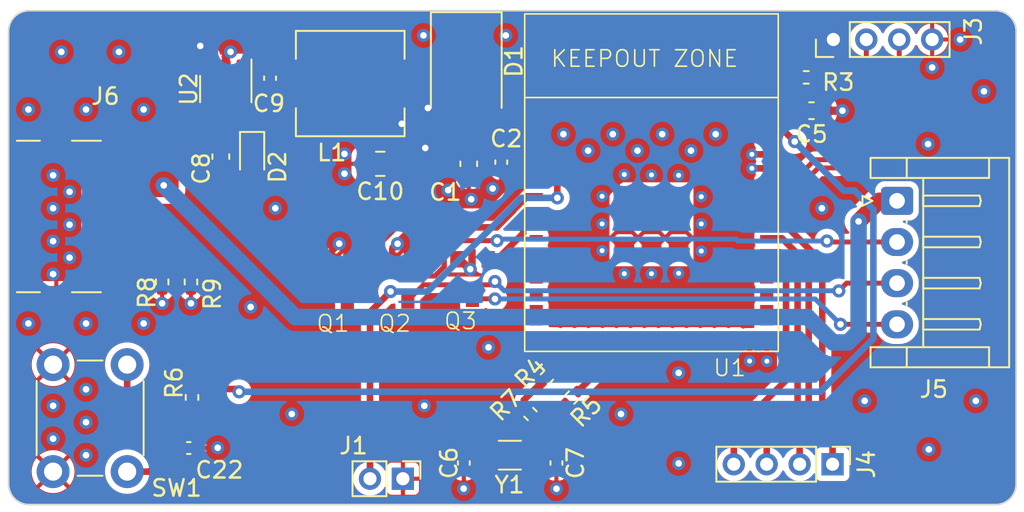
<source format=kicad_pcb>
(kicad_pcb (version 20221018) (generator pcbnew)
  (layers (0 "F.Cu" signal) (1 "In1.Cu" signal) (2 "In2.Cu" signal) (31 "B.Cu" signal) (34 "B.Paste" user) (35 "F.Paste" user) (36 "B.SilkS" user "B.Silkscreen") (37 "F.SilkS" user "F.Silkscreen") (38 "B.Mask" user) (39 "F.Mask" user) (44 "Edge.Cuts" user))
  (net 0 "")
  (net 1 "+3V3")
  (net 2 "GND")
  (net 3 "/EN")
  (net 4 "Net-(C6-Pad1)")
  (net 5 "Net-(C7-Pad1)")
  (net 6 "Net-(C22-Pad1)")
  (net 7 "+5V")
  (net 8 "/LM_CB")
  (net 9 "/LM_SW")
  (net 10 "/IO0")
  (net 11 "/UART_RXD0")
  (net 12 "/UART_TXD0")
  (net 13 "/IO42")
  (net 14 "/IO41")
  (net 15 "/IO40")
  (net 16 "/IO39")
  (net 17 "/G")
  (net 18 "/R")
  (net 19 "/B")
  (net 20 "/IO1")
  (net 21 "/IO2")
  (net 22 "/IO3")
  (net 23 "/IO15")
  (net 24 "/IO16")
  (net 46 "Net-(J6-CC1)")
  (net 47 "Net-(J6-CC2)")
  (footprint "Diodes INC:DMN1019USN_N_CHNL" (layer "F.Cu") (at 83.55 78.4 180)
    (fp_text reference "Q2" (at 0.8 -2.6 unlocked) (layer "F.SilkS") (effects (font (thickness 0.1))))
    (fp_text value "Q_NMOS_GDS")
    (pad "1" smd rect (at -0.95 1.2 180) (size 0.8 1) (layers "F.Cu" "F.Paste" "F.Mask") (net 21 "/IO2"))
    (pad "2" smd rect (at 0 -1.2 180) (size 0.8 1) (layers "F.Cu" "F.Paste" "F.Mask") (net 18 "/R"))
    (pad "3" smd rect (at 0.95 1.2 180) (size 0.8 1) (layers "F.Cu" "F.Paste" "F.Mask") (net 2 "GND"))
  )
  (footprint "Capacitor_SMD:C_0603_1608Metric" (layer "F.Cu") (at 87.25 71.3 -90)
    (fp_text reference "C1" (at 1.725 1.425 -180) (layer "F.SilkS"))
    (fp_text value "22p")
    (pad "1" smd roundrect (at -0.775 0 270) (size 0.9 0.95) (layers "F.Cu" "F.Paste" "F.Mask") (net 1 "+3V3"))
    (pad "2" smd roundrect (at 0.775 0 270) (size 0.9 0.95) (layers "F.Cu" "F.Paste" "F.Mask") (net 2 "GND"))
  )
  (footprint "Resistor_SMD:R_0402_1005Metric" (layer "F.Cu") (at 93.5 85.5 45)
    (fp_text reference "R5" (at 0.025 1.225 45) (layer "F.SilkS"))
    (fp_text value "0")
    (pad "1" smd roundrect (at -0.51 0 45) (size 0.54 0.64) (layers "F.Cu" "F.Paste" "F.Mask") (net 5 "Net-(C7-Pad1)"))
    (pad "2" smd roundrect (at 0.51 0 45) (size 0.54 0.64) (layers "F.Cu" "F.Paste" "F.Mask") (net 24 "/IO16"))
  )
  (footprint "Connector_PinHeader_2.00mm:PinHeader_1x04_P2.00mm_Vertical" (layer "F.Cu") (at 109.4 63.75 90)
    (fp_text reference "J3" (at 0.5 8.5 90) (layer "F.SilkS"))
    (fp_text value "UART")
    (pad "1" thru_hole rect (at 0 0 90) (size 1.35 1.35) (drill 0.8) (layers "*.Cu" "*.Mask") (net 1 "+3V3"))
    (pad "2" thru_hole oval (at 0 2 90) (size 1.35 1.35) (drill 0.8) (layers "*.Cu" "*.Mask") (net 11 "/UART_RXD0"))
    (pad "3" thru_hole oval (at 0 4 90) (size 1.35 1.35) (drill 0.8) (layers "*.Cu" "*.Mask") (net 12 "/UART_TXD0"))
    (pad "4" thru_hole oval (at 0 6 90) (size 1.35 1.35) (drill 0.8) (layers "*.Cu" "*.Mask") (net 2 "GND"))
  )
  (footprint "Capacitor_SMD:C_0805_2012Metric" (layer "F.Cu") (at 81.875 71.3 180)
    (fp_text reference "C10" (at 0 -1.68) (layer "F.SilkS"))
    (fp_text value "10u")
    (pad "1" smd roundrect (at -0.95 0 180) (size 1 1.45) (layers "F.Cu" "F.Paste" "F.Mask") (net 1 "+3V3"))
    (pad "2" smd roundrect (at 0.95 0 180) (size 1 1.45) (layers "F.Cu" "F.Paste" "F.Mask") (net 2 "GND"))
  )
  (footprint "Capacitor_SMD:C_0402_1005Metric" (layer "F.Cu") (at 92.575 89.475 -90)
    (fp_text reference "C7" (at 0 -1.16 90) (layer "F.SilkS"))
    (fp_text value "12p")
    (pad "1" smd roundrect (at -0.48 0 270) (size 0.56 0.62) (layers "F.Cu" "F.Paste" "F.Mask") (net 5 "Net-(C7-Pad1)"))
    (pad "2" smd roundrect (at 0.48 0 270) (size 0.56 0.62) (layers "F.Cu" "F.Paste" "F.Mask") (net 2 "GND"))
  )
  (footprint "Resistor_SMD:R_0402_1005Metric" (layer "F.Cu") (at 92 84.25 45)
    (fp_text reference "R4" (at -0.53033 -0.883883 45) (layer "F.SilkS"))
    (fp_text value "0")
    (pad "1" smd roundrect (at -0.51 0 45) (size 0.54 0.64) (layers "F.Cu" "F.Paste" "F.Mask") (net 4 "Net-(C6-Pad1)"))
    (pad "2" smd roundrect (at 0.51 0 45) (size 0.54 0.64) (layers "F.Cu" "F.Paste" "F.Mask") (net 23 "/IO15"))
  )
  (footprint "Diode_SMD:D_0603_1608Metric" (layer "F.Cu") (at 74.09 70.85 -90)
    (fp_text reference "D2" (at 0.65 -1.55 -270) (layer "F.SilkS"))
    (fp_text value "D_Schottky")
    (pad "1" smd roundrect (at -0.7875 0 270) (size 0.875 0.95) (layers "F.Cu" "F.Paste" "F.Mask") (net 9 "/LM_SW"))
    (pad "2" smd roundrect (at 0.7875 0 270) (size 0.875 0.95) (layers "F.Cu" "F.Paste" "F.Mask") (net 2 "GND"))
  )
  (footprint "Capacitor_SMD:C_0402_1005Metric" (layer "F.Cu") (at 75.18 66.1 -90)
    (fp_text reference "C9" (at 1.54 0.07) (layer "F.SilkS"))
    (fp_text value "100n")
    (pad "1" smd roundrect (at -0.48 0 270) (size 0.56 0.62) (layers "F.Cu" "F.Paste" "F.Mask") (net 8 "/LM_CB"))
    (pad "2" smd roundrect (at 0.48 0 270) (size 0.56 0.62) (layers "F.Cu" "F.Paste" "F.Mask") (net 9 "/LM_SW"))
  )
  (footprint "Capacitor_SMD:C_0603_1608Metric" (layer "F.Cu") (at 72.19 70.86 -90)
    (fp_text reference "C8" (at 0.73 1.19 90) (layer "F.SilkS"))
    (fp_text value "2.2u")
    (pad "1" smd roundrect (at -0.775 0 270) (size 0.9 0.95) (layers "F.Cu" "F.Paste" "F.Mask") (net 7 "+5V"))
    (pad "2" smd roundrect (at 0.775 0 270) (size 0.9 0.95) (layers "F.Cu" "F.Paste" "F.Mask") (net 2 "GND"))
  )
  (footprint "Diodes INC:DMN1019USN_N_CHNL" (layer "F.Cu") (at 87.475 78.3 180)
    (fp_text reference "Q3" (at 0.725 -2.55 unlocked) (layer "F.SilkS") (effects (font (thickness 0.1))))
    (fp_text value "Q_NMOS_GDS")
    (pad "1" smd rect (at -0.95 1.2 180) (size 0.8 1) (layers "F.Cu" "F.Paste" "F.Mask") (net 22 "/IO3"))
    (pad "2" smd rect (at 0 -1.2 180) (size 0.8 1) (layers "F.Cu" "F.Paste" "F.Mask") (net 19 "/B"))
    (pad "3" smd rect (at 0.95 1.2 180) (size 0.8 1) (layers "F.Cu" "F.Paste" "F.Mask") (net 2 "GND"))
  )
  (footprint "Capacitor_SMD:C_0402_1005Metric" (layer "F.Cu") (at 89.225 71.2 -90)
    (fp_text reference "C2" (at -1.425 -0.3 -180) (layer "F.SilkS"))
    (fp_text value "0.1u")
    (pad "1" smd roundrect (at -0.48 0 270) (size 0.56 0.62) (layers "F.Cu" "F.Paste" "F.Mask") (net 1 "+3V3"))
    (pad "2" smd roundrect (at 0.48 0 270) (size 0.56 0.62) (layers "F.Cu" "F.Paste" "F.Mask") (net 2 "GND"))
  )
  (footprint "ESP32:ESP32_S2_MINI_2" (layer "F.Cu") (at 98.35 74.975)
    (fp_text reference "U1" (at 4.75 8.725 unlocked) (layer "F.SilkS") (effects (font (thickness 0.1))))
    (fp_text value "~")
    (fp_text user "KEEPOUT ZONE" (at -6.176 -9.478 unlocked) (layer "F.SilkS") (effects (font (thickness 0.1)) (justify left bottom)))
    (pad "1" smd rect (at -7 -5.95) (size 0.8 0.4) (layers "F.Cu" "F.Paste" "F.Mask") (net 2 "GND"))
    (pad "2" smd rect (at -7 -5.1) (size 0.8 0.4) (layers "F.Cu" "F.Paste" "F.Mask") (net 2 "GND"))
    (pad "3" smd rect (at -7 -4.25) (size 0.8 0.4) (layers "F.Cu" "F.Paste" "F.Mask") (net 1 "+3V3"))
    (pad "4" smd rect (at -7 -3.4) (size 0.8 0.4) (layers "F.Cu" "F.Paste" "F.Mask") (net 10 "/IO0"))
    (pad "5" smd rect (at -7 -2.55) (size 0.8 0.4) (layers "F.Cu" "F.Paste" "F.Mask") (net 20 "/IO1"))
    (pad "6" smd rect (at -7 -1.7) (size 0.8 0.4) (layers "F.Cu" "F.Paste" "F.Mask") (net 21 "/IO2"))
    (pad "7" smd rect (at -7 -0.85) (size 0.8 0.4) (layers "F.Cu" "F.Paste" "F.Mask") (net 22 "/IO3"))
    (pad "8" smd rect (at -7 0) (size 0.8 0.4) (layers "F.Cu" "F.Paste" "F.Mask"))
    (pad "9" smd rect (at -7 0.85) (size 0.8 0.4) (layers "F.Cu" "F.Paste" "F.Mask"))
    (pad "10" smd rect (at -7 1.7) (size 0.8 0.4) (layers "F.Cu" "F.Paste" "F.Mask"))
    (pad "11" smd rect (at -7 2.55) (size 0.8 0.4) (layers "F.Cu" "F.Paste" "F.Mask"))
    (pad "12" smd rect (at -7 3.4) (size 0.8 0.4) (layers "F.Cu" "F.Paste" "F.Mask"))
    (pad "13" smd rect (at -7 4.25) (size 0.8 0.4) (layers "F.Cu" "F.Paste" "F.Mask"))
    (pad "14" smd rect (at -7 5.1) (size 0.8 0.4) (layers "F.Cu" "F.Paste" "F.Mask"))
    (pad "15" smd rect (at -7 5.95) (size 0.8 0.4) (layers "F.Cu" "F.Paste" "F.Mask"))
    (pad "16" smd rect (at -5.95 7) (size 0.4 0.8) (layers "F.Cu" "F.Paste" "F.Mask"))
    (pad "17" smd rect (at -5.1 7) (size 0.4 0.8) (layers "F.Cu" "F.Paste" "F.Mask"))
    (pad "18" smd rect (at -4.25 7) (size 0.4 0.8) (layers "F.Cu" "F.Paste" "F.Mask"))
    (pad "19" smd rect (at -3.4 7) (size 0.4 0.8) (layers "F.Cu" "F.Paste" "F.Mask") (net 23 "/IO15"))
    (pad "20" smd rect (at -2.55 7) (size 0.4 0.8) (layers "F.Cu" "F.Paste" "F.Mask") (net 24 "/IO16"))
    (pad "21" smd rect (at -1.7 7) (size 0.4 0.8) (layers "F.Cu" "F.Paste" "F.Mask"))
    (pad "22" smd rect (at -0.85 7) (size 0.4 0.8) (layers "F.Cu" "F.Paste" "F.Mask"))
    (pad "23" smd rect (at 0 7) (size 0.4 0.8) (layers "F.Cu" "F.Paste" "F.Mask"))
    (pad "24" smd rect (at 0.85 7) (size 0.4 0.8) (layers "F.Cu" "F.Paste" "F.Mask"))
    (pad "25" smd rect (at 1.7 7) (size 0.4 0.8) (layers "F.Cu" "F.Paste" "F.Mask"))
    (pad "26" smd rect (at 2.55 7) (size 0.4 0.8) (layers "F.Cu" "F.Paste" "F.Mask"))
    (pad "27" smd rect (at 3.4 7) (size 0.4 0.8) (layers "F.Cu" "F.Paste" "F.Mask"))
    (pad "28" smd rect (at 4.25 7) (size 0.4 0.8) (layers "F.Cu" "F.Paste" "F.Mask"))
    (pad "29" smd rect (at 5.1 7) (size 0.4 0.8) (layers "F.Cu" "F.Paste" "F.Mask"))
    (pad "30" smd rect (at 5.95 7) (size 0.4 0.8) (layers "F.Cu" "F.Paste" "F.Mask") (net 2 "GND"))
    (pad "31" smd rect (at 7 5.95) (size 0.8 0.4) (layers "F.Cu" "F.Paste" "F.Mask"))
    (pad "32" smd rect (at 7 5.1) (size 0.8 0.4) (layers "F.Cu" "F.Paste" "F.Mask"))
    (pad "33" smd rect (at 7 4.25) (size 0.8 0.4) (layers "F.Cu" "F.Paste" "F.Mask"))
    (pad "34" smd rect (at 7 3.4) (size 0.8 0.4) (layers "F.Cu" "F.Paste" "F.Mask"))
    (pad "35" smd rect (at 7 2.55) (size 0.8 0.4) (layers "F.Cu" "F.Paste" "F.Mask") (net 16 "/IO39"))
    (pad "36" smd rect (at 7 1.7) (size 0.8 0.4) (layers "F.Cu" "F.Paste" "F.Mask") (net 15 "/IO40"))
    (pad "37" smd rect (at 7 0.85) (size 0.8 0.4) (layers "F.Cu" "F.Paste" "F.Mask") (net 14 "/IO41"))
    (pad "38" smd rect (at 7 0) (size 0.8 0.4) (layers "F.Cu" "F.Paste" "F.Mask") (net 13 "/IO42"))
    (pad "39" smd rect (at 7 -0.85) (size 0.8 0.4) (layers "F.Cu" "F.Paste" "F.Mask") (net 12 "/UART_TXD0"))
    (pad "40" smd rect (at 7 -1.7) (size 0.8 0.4) (layers "F.Cu" "F.Paste" "F.Mask") (net 11 "/UART_RXD0"))
    (pad "41" smd rect (at 7 -2.55) (size 0.8 0.4) (layers "F.Cu" "F.Paste" "F.Mask"))
    (pad "42" smd rect (at 7 -3.4) (size 0.8 0.4) (layers "F.Cu" "F.Paste" "F.Mask") (net 2 "GND"))
    (pad "43" smd rect (at 7 -4.25) (size 0.8 0.4) (layers "F.Cu" "F.Paste" "F.Mask") (net 2 "GND"))
    (pad "44" smd rect (at 7 -5.1) (size 0.8 0.4) (layers "F.Cu" "F.Paste" "F.Mask"))
    (pad "45" smd rect (at 7 -5.95) (size 0.8 0.4) (layers "F.Cu" "F.Paste" "F.Mask") (net 3 "/EN"))
    (pad "46" smd rect (at 5.95 -7) (size 0.4 0.8) (layers "F.Cu" "F.Paste" "F.Mask") (net 2 "GND"))
    (pad "47" smd rect (at 5.1 -7) (size 0.4 0.8) (layers "F.Cu" "F.Paste" "F.Mask") (net 2 "GND"))
    (pad "48" smd rect (at 4.25 -7) (size 0.4 0.8) (layers "F.Cu" "F.Paste" "F.Mask") (net 2 "GND"))
    (pad "49" smd rect (at 3.4 -7) (size 0.4 0.8) (layers "F.Cu" "F.Paste" "F.Mask") (net 2 "GND"))
    (pad "50" smd rect (at 2.55 -7) (size 0.4 0.8) (layers "F.Cu" "F.Paste" "F.Mask") (net 2 "GND"))
    (pad "51" smd rect (at 1.7 -7) (size 0.4 0.8) (layers "F.Cu" "F.Paste" "F.Mask") (net 2 "GND"))
    (pad "52" smd rect (at 0.85 -7) (size 0.4 0.8) (layers "F.Cu" "F.Paste" "F.Mask") (net 2 "GND"))
    (pad "53" smd rect (at 0 -7) (size 0.4 0.8) (layers "F.Cu" "F.Paste" "F.Mask") (net 2 "GND"))
    (pad "54" smd rect (at -0.85 -7) (size 0.4 0.8) (layers "F.Cu" "F.Paste" "F.Mask") (net 2 "GND"))
    (pad "55" smd rect (at -1.7 -7) (size 0.4 0.8) (layers "F.Cu" "F.Paste" "F.Mask") (net 2 "GND"))
    (pad "56" smd rect (at -2.55 -7) (size 0.4 0.8) (layers "F.Cu" "F.Paste" "F.Mask") (net 2 "GND"))
    (pad "57" smd rect (at -3.4 -7) (size 0.4 0.8) (layers "F.Cu" "F.Paste" "F.Mask") (net 2 "GND"))
    (pad "58" smd rect (at -4.25 -7) (size 0.4 0.8) (layers "F.Cu" "F.Paste" "F.Mask") (net 2 "GND"))
    (pad "59" smd rect (at -5.1 -7) (size 0.4 0.8) (layers "F.Cu" "F.Paste" "F.Mask") (net 2 "GND"))
    (pad "60" smd rect (at -5.95 -7) (size 0.4 0.8) (layers "F.Cu" "F.Paste" "F.Mask") (net 2 "GND"))
    (pad "61" smd rect (at 0 0) (size 1.2 1.2) (layers "F.Cu" "F.Paste" "F.Mask") (net 2 "GND"))
    (pad "62" smd rect (at -7 -7) (size 0.8 0.8) (layers "F.Cu" "F.Paste" "F.Mask") (net 2 "GND"))
    (pad "63" smd rect (at -7 7) (size 0.8 0.8) (layers "F.Cu" "F.Paste" "F.Mask") (net 2 "GND"))
    (pad "64" smd rect (at 7 7) (size 0.8 0.8) (layers "F.Cu" "F.Paste" "F.Mask") (net 2 "GND"))
    (pad "65" smd rect (at 7 -7) (size 0.8 0.8) (layers "F.Cu" "F.Paste" "F.Mask") (net 2 "GND"))
    (pad "GND" smd roundrect (at -1.65 -1.65) (size 1.2 1.2) (layers "F.Cu" "F.Paste" "F.Mask") (roundrect_rratio 0) (chamfer_ratio 0.5) (chamfer top_left) (net 2 "GND"))
    (pad "GND" smd rect (at -1.65 0) (size 1.2 1.2) (layers "F.Cu" "F.Paste" "F.Mask") (net 2 "GND"))
    (pad "GND" smd rect (at -1.65 1.65) (size 1.2 1.2) (layers "F.Cu" "F.Paste" "F.Mask") (net 2 "GND"))
    (pad "GND" smd rect (at 0 -1.65) (size 1.2 1.2) (layers "F.Cu" "F.Paste" "F.Mask") (net 2 "GND"))
    (pad "GND" smd rect (at 0 1.65) (size 1.2 1.2) (layers "F.Cu" "F.Paste" "F.Mask") (net 2 "GND"))
    (pad "GND" smd rect (at 1.65 -1.65) (size 1.2 1.2) (layers "F.Cu" "F.Paste" "F.Mask") (net 2 "GND"))
    (pad "GND" smd rect (at 1.65 0) (size 1.2 1.2) (layers "F.Cu" "F.Paste" "F.Mask") (net 2 "GND"))
    (pad "GND" smd rect (at 1.65 1.65) (size 1.2 1.2) (layers "F.Cu" "F.Paste" "F.Mask") (net 2 "GND"))
  )
  (footprint "Diodes INC:DMN1019USN_N_CHNL" (layer "F.Cu") (at 79.875 78.45 180)
    (fp_text reference "Q1" (at 0.875 -2.55 unlocked) (layer "F.SilkS") (effects (font (thickness 0.1))))
    (fp_text value "Q_NMOS_GDS")
    (pad "1" smd rect (at -0.95 1.2 180) (size 0.8 1) (layers "F.Cu" "F.Paste" "F.Mask") (net 20 "/IO1"))
    (pad "2" smd rect (at 0 -1.2 180) (size 0.8 1) (layers "F.Cu" "F.Paste" "F.Mask") (net 17 "/G"))
    (pad "3" smd rect (at 0.95 1.2 180) (size 0.8 1) (layers "F.Cu" "F.Paste" "F.Mask") (net 2 "GND"))
  )
  (footprint "Connector_PinHeader_2.00mm:PinHeader_1x02_P2.00mm_Vertical" (layer "F.Cu") (at 83.25 90.43 -90)
    (fp_text reference "J1" (at -2 3 -180) (layer "F.SilkS"))
    (fp_text value "BOOT")
    (pad "1" thru_hole rect (at 0 0 270) (size 1.35 1.35) (drill 0.8) (layers "*.Cu" "*.Mask") (net 2 "GND"))
    (pad "2" thru_hole oval (at 0 2 270) (size 1.35 1.35) (drill 0.8) (layers "*.Cu" "*.Mask") (net 10 "/IO0"))
  )
  (footprint "Resistor_SMD:R_0402_1005Metric" (layer "F.Cu") (at 91 86.5 135)
    (fp_text reference "R7" (at 1.43566 -0.68566 225) (layer "F.SilkS"))
    (fp_text value "0")
    (pad "1" smd roundrect (at -0.51 0 135) (size 0.54 0.64) (layers "F.Cu" "F.Paste" "F.Mask") (net 5 "Net-(C7-Pad1)"))
    (pad "2" smd roundrect (at 0.51 0 135) (size 0.54 0.64) (layers "F.Cu" "F.Paste" "F.Mask") (net 4 "Net-(C6-Pad1)"))
  )
  (footprint "Resistor_SMD:R_0402_1005Metric" (layer "F.Cu") (at 70.44 85.49 90)
    (fp_text reference "R6" (at 0.89 -1.09 90) (layer "F.SilkS"))
    (fp_text value "0")
    (pad "1" smd roundrect (at -0.51 0 90) (size 0.54 0.64) (layers "F.Cu" "F.Paste" "F.Mask") (net 6 "Net-(C22-Pad1)"))
    (pad "2" smd roundrect (at 0.51 0 90) (size 0.54 0.64) (layers "F.Cu" "F.Paste" "F.Mask") (net 3 "/EN"))
  )
  (footprint "Connector_PinHeader_2.00mm:PinHeader_1x04_P2.00mm_Vertical" (layer "F.Cu") (at 109.35 89.55 -90)
    (fp_text reference "J4" (at 0 -2.06 90) (layer "F.SilkS"))
    (fp_text value "JTAG")
    (pad "1" thru_hole rect (at 0 0 270) (size 1.35 1.35) (drill 0.8) (layers "*.Cu" "*.Mask") (net 13 "/IO42"))
    (pad "2" thru_hole oval (at 0 2 270) (size 1.35 1.35) (drill 0.8) (layers "*.Cu" "*.Mask") (net 14 "/IO41"))
    (pad "3" thru_hole oval (at 0 4 270) (size 1.35 1.35) (drill 0.8) (layers "*.Cu" "*.Mask") (net 15 "/IO40"))
    (pad "4" thru_hole oval (at 0 6 270) (size 1.35 1.35) (drill 0.8) (layers "*.Cu" "*.Mask") (net 16 "/IO39"))
  )
  (footprint "Connector_USB:USB_C_Receptacle_GCT_USB4135-GF-A_6P_TopMnt_Horizontal" (layer "F.Cu") (at 62.8 74.5 -90)
    (fp_text reference "J6" (at -7.3 -2.375 unlocked) (layer "F.SilkS"))
    (fp_text value "USB_C_Receptacle_PowerOnly_6P" hide)
    (pad "A5" smd rect (at -0.5 -3.0325 270) (size 0.7 1.2) (layers "F.Cu" "F.Paste" "F.Mask") (net 46 "Net-(J6-CC1)"))
    (pad "A9" smd rect (at 1.52 -3.0325 90) (size 0.76 1.2) (layers "F.Cu" "F.Paste" "F.Mask") (net 7 "+5V"))
    (pad "A12" smd rect (at 2.75 -3.0325 90) (size 0.8 1.2) (layers "F.Cu" "F.Paste" "F.Mask") (net 2 "GND"))
    (pad "B5" smd rect (at 0.5 -3.0325 90) (size 0.7 1.2) (layers "F.Cu" "F.Paste" "F.Mask") (net 47 "Net-(J6-CC2)"))
    (pad "B9" smd rect (at -1.52 -3.0325 270) (size 0.76 1.2) (layers "F.Cu" "F.Paste" "F.Mask") (net 7 "+5V"))
    (pad "B12" smd rect (at -2.75 -3.0325 270) (size 0.8 1.2) (layers "F.Cu" "F.Paste" "F.Mask") (net 2 "GND"))
    (pad "S1" smd rect (at -5.125 -2.9775 270) (size 1.8 1.35) (layers "F.Cu" "F.Paste" "F.Mask") (net 2 "GND"))
    (pad "S1" smd rect (at -5.125 0.6025 270) (size 1.8 1.5) (layers "F.Cu" "F.Paste" "F.Mask") (net 2 "GND"))
    (pad "S1" smd rect (at 5.125 -2.9775 270) (size 1.8 1.35) (layers "F.Cu" "F.Paste" "F.Mask") (net 2 "GND"))
    (pad "S1" smd rect (at 5.125 0.6025 270) (size 1.8 1.5) (layers "F.Cu" "F.Paste" "F.Mask") (net 2 "GND"))
  )
  (footprint "Resistor_SMD:R_0402_1005Metric" (layer "F.Cu") (at 68.625 78.475 90)
    (fp_text reference "R8" (at -0.65 -0.925 90) (layer "F.SilkS"))
    (fp_text value "5k1")
    (pad "1" smd roundrect (at -0.51 0 90) (size 0.54 0.64) (layers "F.Cu" "F.Paste" "F.Mask") (net 2 "GND"))
    (pad "2" smd roundrect (at 0.51 0 90) (size 0.54 0.64) (layers "F.Cu" "F.Paste" "F.Mask") (net 47 "Net-(J6-CC2)"))
  )
  (footprint "Resistor_SMD:R_0402_1005Metric" (layer "F.Cu") (at 70.375 78.475 90)
    (fp_text reference "R9" (at -0.725 1.3 90) (layer "F.SilkS"))
    (fp_text value "5k1")
    (pad "1" smd roundrect (at -0.51 0 90) (size 0.54 0.64) (layers "F.Cu" "F.Paste" "F.Mask") (net 2 "GND"))
    (pad "2" smd roundrect (at 0.51 0 90) (size 0.54 0.64) (layers "F.Cu" "F.Paste" "F.Mask") (net 46 "Net-(J6-CC1)"))
  )
  (footprint "Capacitor_SMD:C_0402_1005Metric" (layer "F.Cu") (at 70.24 88.565)
    (fp_text reference "C22" (at 1.86 1.335) (layer "F.SilkS"))
    (fp_text value "0.1u")
    (pad "1" smd roundrect (at -0.48 0) (size 0.56 0.62) (layers "F.Cu" "F.Paste" "F.Mask") (net 6 "Net-(C22-Pad1)"))
    (pad "2" smd roundrect (at 0.48 0) (size 0.56 0.62) (layers "F.Cu" "F.Paste" "F.Mask") (net 2 "GND"))
  )
  (footprint "Diode_SMD:D_SMB" (layer "F.Cu") (at 87.1 65.75 -90)
    (fp_text reference "D1" (at -0.675 -2.9 -90) (layer "F.SilkS"))
    (fp_text value "ESD")
    (pad "1" smd roundrect (at -2.15 0 270) (size 2.5 2.3) (layers "F.Cu" "F.Paste" "F.Mask") (roundrect_rratio 0.1086956522) (net 2 "GND"))
    (pad "2" smd roundrect (at 2.15 0 270) (size 2.5 2.3) (layers "F.Cu" "F.Paste" "F.Mask") (roundrect_rratio 0.1086956522) (net 1 "+3V3"))
  )
  (footprint "Button_Switch_THT:SW_PUSH_6mm" (layer "F.Cu") (at 62 90 90)
    (fp_text reference "SW1" (at -1 7.5) (layer "F.SilkS"))
    (fp_text value "SW_Push")
    (pad "1" thru_hole circle (at 0 0 180) (size 2 2) (drill 1.1) (layers "*.Cu" "*.Mask") (net 2 "GND"))
    (pad "1" thru_hole circle (at 6.5 0 180) (size 2 2) (drill 1.1) (layers "*.Cu" "*.Mask") (net 2 "GND"))
    (pad "2" thru_hole circle (at 0 4.5 180) (size 2 2) (drill 1.1) (layers "*.Cu" "*.Mask") (net 6 "Net-(C22-Pad1)"))
    (pad "2" thru_hole circle (at 6.5 4.5 180) (size 2 2) (drill 1.1) (layers "*.Cu" "*.Mask") (net 6 "Net-(C22-Pad1)"))
  )
  (footprint "Capacitor_SMD:C_0402_1005Metric" (layer "F.Cu") (at 86.95 89.475 -90)
    (fp_text reference "C6" (at 0 0.9 90) (layer "F.SilkS"))
    (fp_text value "12p")
    (pad "1" smd roundrect (at -0.48 0 270) (size 0.56 0.62) (layers "F.Cu" "F.Paste" "F.Mask") (net 4 "Net-(C6-Pad1)"))
    (pad "2" smd roundrect (at 0.48 0 270) (size 0.56 0.62) (layers "F.Cu" "F.Paste" "F.Mask") (net 2 "GND"))
  )
  (footprint "Package_TO_SOT_SMD:SOT-23-6" (layer "F.Cu") (at 72.49 66.76 -90)
    (fp_text reference "U2" (at 0 2.25 -270) (layer "F.SilkS"))
    (fp_text value "LMR16006YQ3")
    (pad "1" smd roundrect (at -1.1375 -0.95 270) (size 1.325 0.6) (layers "F.Cu" "F.Paste" "F.Mask") (net 8 "/LM_CB"))
    (pad "2" smd roundrect (at -1.1375 0 270) (size 1.325 0.6) (layers "F.Cu" "F.Paste" "F.Mask") (net 2 "GND"))
    (pad "3" smd roundrect (at -1.1375 0.95 270) (size 1.325 0.6) (layers "F.Cu" "F.Paste" "F.Mask") (net 1 "+3V3"))
    (pad "4" smd roundrect (at 1.1375 0.95 270) (size 1.325 0.6) (layers "F.Cu" "F.Paste" "F.Mask") (net 7 "+5V"))
    (pad "5" smd roundrect (at 1.1375 0 270) (size 1.325 0.6) (layers "F.Cu" "F.Paste" "F.Mask") (net 7 "+5V"))
    (pad "6" smd roundrect (at 1.1375 -0.95 270) (size 1.325 0.6) (layers "F.Cu" "F.Paste" "F.Mask") (net 9 "/LM_SW"))
  )
  (footprint "Resistor_SMD:R_0402_1005Metric" (layer "F.Cu") (at 107.75 66.05)
    (fp_text reference "R3" (at 1.95 0.3) (layer "F.SilkS"))
    (fp_text value "10k")
    (pad "1" smd roundrect (at -0.51 0) (size 0.54 0.64) (layers "F.Cu" "F.Paste" "F.Mask") (net 3 "/EN"))
    (pad "2" smd roundrect (at 0.51 0) (size 0.54 0.64) (layers "F.Cu" "F.Paste" "F.Mask") (net 1 "+3V3"))
  )
  (footprint "Connector_JST:JST_EH_S4B-EH_1x04_P2.50mm_Horizontal" (layer "F.Cu") (at 113.2675 73.55 -90)
    (fp_text reference "J5" (at 11.45 -2.2325 -180) (layer "F.SilkS"))
    (fp_text value "RGB OUT")
    (pad "1" thru_hole roundrect (at 0 0 270) (size 1.7 1.95) (drill 0.95) (layers "*.Cu" "*.Mask") (roundrect_rratio 0.147059) (net 7 "+5V"))
    (pad "2" thru_hole oval (at 2.5 0 270) (size 1.7 1.95) (drill 0.95) (layers "*.Cu" "*.Mask") (net 17 "/G"))
    (pad "3" thru_hole oval (at 5 0 270) (size 1.7 1.95) (drill 0.95) (layers "*.Cu" "*.Mask") (net 18 "/R"))
    (pad "4" thru_hole oval (at 7.5 0 270) (size 1.7 1.95) (drill 0.95) (layers "*.Cu" "*.Mask") (net 19 "/B"))
  )
  (footprint "Capacitor_SMD:C_0603_1608Metric" (layer "F.Cu") (at 108.075 68.075 180)
    (fp_text reference "C5" (at 0 -1.43) (layer "F.SilkS"))
    (fp_text value "1u")
    (pad "1" smd roundrect (at -0.775 0 180) (size 0.9 0.95) (layers "F.Cu" "F.Paste" "F.Mask") (net 2 "GND"))
    (pad "2" smd roundrect (at 0.775 0 180) (size 0.9 0.95) (layers "F.Cu" "F.Paste" "F.Mask") (net 3 "/EN"))
  )
  (footprint "Crystal:Crystal_SMD_3215-2Pin_3.2x1.5mm" (layer "F.Cu") (at 89.75 89 180)
    (fp_text reference "Y1" (at 0.025 -1.8) (layer "F.SilkS"))
    (fp_text value "32.768kHz")
    (pad "1" smd rect (at 1.25 0 180) (size 1 1.8) (layers "F.Cu" "F.Paste" "F.Mask") (net 4 "Net-(C6-Pad1)"))
    (pad "2" smd rect (at -1.25 0 180) (size 1 1.8) (layers "F.Cu" "F.Paste" "F.Mask") (net 5 "Net-(C7-Pad1)"))
  )
  (footprint "Inductor_SMD:L_6.3x6.3_H3" (layer "F.Cu") (at 80.05 66.425)
    (fp_text reference "L1" (at -1.125 4.2) (layer "F.SilkS"))
    (fp_text value "6.8u")
    (pad "1" smd rect (at -2.75 0) (size 1.5 2.4) (layers "F.Cu" "F.Paste" "F.Mask") (net 9 "/LM_SW"))
    (pad "2" smd rect (at 2.75 0) (size 1.5 2.4) (layers "F.Cu" "F.Paste" "F.Mask") (net 1 "+3V3"))
  )
  (gr_arc (start 120.5 90.75) (mid 120.133883 91.633883) (end 119.25 92) (stroke (width 0.1)) (layer "Edge.Cuts"))
  (gr_arc (start 60.55 92) (mid 59.666117 91.633883) (end 59.3 90.75) (stroke (width 0.1)) (layer "Edge.Cuts"))
  (gr_line (start 119.25 62) (end 60.55 62) (stroke (width 0.1)) (layer "Edge.Cuts"))
  (gr_arc (start 119.25 62) (mid 120.133883 62.366117) (end 120.5 63.25) (stroke (width 0.1)) (layer "Edge.Cuts"))
  (gr_line (start 59.3 63.25) (end 59.3 90.75) (stroke (width 0.1)) (layer "Edge.Cuts"))
  (gr_line (start 60.55 92) (end 119.25 92) (stroke (width 0.1)) (layer "Edge.Cuts"))
  (gr_line (start 120.5 90.75) (end 120.5 63.25) (stroke (width 0.1)) (layer "Edge.Cuts"))
  (gr_arc (start 59.3 63.25) (mid 59.666117 62.366117) (end 60.55 62) (stroke (width 0.1)) (layer "Edge.Cuts"))
  (segment (start 71.54 64.74) (end 71.54 65.6225) (width 0.5) (layer "F.Cu") (net 1))
  (segment (start 108.575 66.05) (end 109.4 65.225) (width 0.5) (layer "F.Cu") (net 1))
  (segment (start 108.26 66.05) (end 108.575 66.05) (width 0.5) (layer "F.Cu") (net 1))
  (segment (start 109.4 65.225) (end 109.4 63.75) (width 0.5) (layer "F.Cu") (net 1))
  (segment (start 70.94 64.14) (end 71.54 64.74) (width 0.5) (layer "F.Cu") (net 1))
  (via (at 70.94 64.14) (size 0.8) (drill 0.4) (layers "F.Cu" "B.Cu") (net 1))
  (via (at 83.18 68.87) (size 0.8) (drill 0.4) (layers "F.Cu" "B.Cu") (net 1))
  (via (at 84.61 70.34) (size 0.8) (drill 0.4) (layers "F.Cu" "B.Cu") (net 1))
  (via (at 84.77 67.91) (size 0.8) (drill 0.4) (layers "F.Cu" "B.Cu") (net 1))
  (segment (start 72.49 65.6225) (end 72.49 64.79) (width 0.5) (layer "F.Cu") (net 2))
  (segment (start 104.3 81.975) (end 104.3 83.27) (width 0.4) (layer "F.Cu") (net 2))
  (segment (start 105.35 83.28) (end 105.36 83.29) (width 0.4) (layer "F.Cu") (net 2))
  (segment (start 82.925332 76.155332) (end 82.6 76.480664) (width 0.4) (layer "F.Cu") (net 2))
  (segment (start 86.74 77.1) (end 87.34 77.7) (width 0.4) (layer "F.Cu") (net 2))
  (segment (start 104.3 83.27) (end 104.31 83.28) (width 0.4) (layer "F.Cu") (net 2))
  (segment (start 78.925 76.605) (end 79.38 76.15) (width 0.4) (layer "F.Cu") (net 2))
  (segment (start 82.6 76.480664) (end 82.6 77.2) (width 0.4) (layer "F.Cu") (net 2))
  (segment (start 78.925 77.25) (end 78.925 76.605) (width 0.4) (layer "F.Cu") (net 2))
  (segment (start 105.35 70.725) (end 104.45 70.725) (width 0.4) (layer "F.Cu") (net 2))
  (segment (start 108.85 68.075) (end 109.95 68.075) (width 0.5) (layer "F.Cu") (net 2))
  (segment (start 72.49 64.79) (end 72.78 64.5) (width 0.5) (layer "F.Cu") (net 2))
  (segment (start 105.35 71.575) (end 104.45 71.575) (width 0.4) (layer "F.Cu") (net 2))
  (segment (start 86.525 77.1) (end 86.74 77.1) (width 0.4) (layer "F.Cu") (net 2))
  (segment (start 105.35 81.975) (end 105.35 83.28) (width 0.4) (layer "F.Cu") (net 2))
  (via (at 63 73) (size 0.8) (drill 0.4) (layers "F.Cu" "B.Cu") (net 2))
  (via (at 95.35 73.275) (size 0.7) (drill 0.3) (layers "F.Cu" "B.Cu") (net 2))
  (via (at 63 77) (size 0.8) (drill 0.4) (layers "F.Cu" "B.Cu") (net 2))
  (via (at 62 86) (size 0.8) (drill 0.4) (layers "F.Cu" "B.Cu") (net 2))
  (via (at 84.5 63.5) (size 0.8) (drill 0.4) (layers "F.Cu" "B.Cu") (net 2))
  (via (at 117.1 63.75) (size 0.8) (drill 0.4) (layers "F.Cu" "B.Cu") (net 2))
  (via (at 64 68) (size 0.8) (drill 0.4) (layers "F.Cu" "B.Cu") (net 2))
  (via (at 67.5 81) (size 0.8) (drill 0.4) (layers "F.Cu" "B.Cu") (net 2))
  (via (at 75.5 74) (size 0.8) (drill 0.4) (layers "F.Cu" "B.Cu") (net 2))
  (via (at 62 78) (size 0.8) (drill 0.4) (layers "F.Cu" "B.Cu") (net 2))
  (via (at 86.94 91.03) (size 0.8) (drill 0.4) (layers "F.Cu" "B.Cu") (net 2))
  (via (at 118.55 66.9) (size 0.8) (drill 0.4) (layers "F.Cu" "B.Cu") (net 2))
  (via (at 94.5 70.5) (size 0.8) (drill 0.4) (layers "F.Cu" "B.Cu") (net 2))
  (via (at 64 89) (size 0.8) (drill 0.4) (layers "F.Cu" "B.Cu") (net 2))
  (via (at 74 80) (size 0.8) (drill 0.4) (layers "F.Cu" "B.Cu") (net 2))
  (via (at 64 81) (size 0.8) (drill 0.4) (layers "F.Cu" "B.Cu") (net 2))
  (via (at 87.4 73.45) (size 0.8) (drill 0.4) (layers "F.Cu" "B.Cu") (net 2))
  (via (at 72 88.55) (size 0.8) (drill 0.4) (layers "F.Cu" "B.Cu") (net 2))
  (via (at 89.5 63.5) (size 0.8) (drill 0.4) (layers "F.Cu" "B.Cu") (net 2))
  (via (at 101.375 73.3) (size 0.7) (drill 0.3) (layers "F.Cu" "B.Cu") (net 2))
  (via (at 70.375 79.775) (size 0.8) (drill 0.4) (layers "F.Cu" "B.Cu") (net 2))
  (via (at 64 85) (size 0.8) (drill 0.4) (layers "F.Cu" "B.Cu") (net 2))
  (via (at 100 84) (size 0.8) (drill 0.4) (layers "F.Cu" "B.Cu") (net 2))
  (via (at 93 69.5) (size 0.8) (drill 0.4) (layers "F.Cu" "B.Cu") (net 2))
  (via (at 104.45 71.575) (size 0.7) (drill 0.3) (layers "F.Cu" "B.Cu") (net 2))
  (via (at 92.58 91.04) (size 0.8) (drill 0.4) (layers "F.Cu" "B.Cu") (net 2))
  (via (at 101.375 74.95) (size 0.7) (drill 0.3) (layers "F.Cu" "B.Cu") (net 2))
  (via (at 118.05 85.7) (size 0.8) (drill 0.4) (layers "F.Cu" "B.Cu") (net 2))
  (via (at 115.4 65.45) (size 0.8) (drill 0.4) (layers "F.Cu" "B.Cu") (net 2))
  (via (at 67.5 68) (size 0.8) (drill 0.4) (layers "F.Cu" "B.Cu") (net 2))
  (via (at 115.15 70.1) (size 0.8) (drill 0.4) (layers "F.Cu" "B.Cu") (net 2))
  (via (at 104.31 83.28) (size 0.7) (drill 0.3) (layers "F.Cu" "B.Cu") (net 2))
  (via (at 96.5 86.5) (size 0.8) (drill 0.4) (layers "F.Cu" "B.Cu") (net 2))
  (via (at 63 75) (size 0.8) (drill 0.4) (layers "F.Cu" "B.Cu") (net 2))
  (via (at 88.7 72.8) (size 0.8) (drill 0.4) (layers "F.Cu" "B.Cu") (net 2))
  (via (at 76.5 86.5) (size 0.8) (drill 0.4) (layers "F.Cu" "B.Cu") (net 2))
  (via (at 95.35 76.575) (size 0.7) (drill 0.3) (layers "F.Cu" "B.Cu") (net 2))
  (via (at 108.7 74) (size 0.8) (drill 0.4) (layers "F.Cu" "B.Cu") (net 2))
  (via (at 100 77.95) (size 0.7) (drill 0.3) (layers "F.Cu" "B.Cu") (net 2))
  (via (at 105.36 83.29) (size 0.7) (drill 0.3) (layers "F.Cu" "B.Cu") (net 2))
  (via (at 98.35 71.975) (size 0.7) (drill 0.3) (layers "F.Cu" "B.Cu") (net 2))
  (via (at 96.7 77.975) (size 0.7) (drill 0.3) (layers "F.Cu" "B.Cu") (net 2))
  (via (at 98.35 77.975) (size 0.7) (drill 0.3) (layers "F.Cu" "B.Cu") (net 2))
  (via (at 100 72) (size 0.7) (drill 0.3) (layers "F.Cu" "B.Cu") (net 2))
  (via (at 115.2 88.65) (size 0.8) (drill 0.4) (layers "F.Cu" "B.Cu") (net 2))
  (via (at 99 69.5) (size 0.8) (drill 0.4) (layers "F.Cu" "B.Cu") (net 2))
  (via (at 66 64.5) (size 0.8) (drill 0.4) (layers "F.Cu" "B.Cu") (net 2))
  (via (at 104.45 70.725) (size 0.7) (drill 0.3) (layers "F.Cu" "B.Cu") (net 2))
  (via (at 64 87) (size 0.8) (drill 0.4) (layers "F.Cu" "B.Cu") (net 2))
  (via (at 111.3 85.7) (size 0.8) (drill 0.4) (layers "F.Cu" "B.Cu") (net 2))
  (via (at 62 88) (size 0.8) (drill 0.4) (layers "F.Cu" "B.Cu") (net 2))
  (via (at 109.95 68.075) (size 0.8) (drill 0.4) (layers "F.Cu" "B.Cu") (net 2))
  (via (at 97.5 70.5) (size 0.8) (drill 0.4) (layers "F.Cu" "B.Cu") (net 2))
  (via (at 72.78 64.5) (size 0.8) (drill 0.4) (layers "F.Cu" "B.Cu") (net 2))
  (via (at 79.7 70.7) (size 0.8) (drill 0.4) (layers "F.Cu" "B.Cu") (net 2))
  (via (at 102.25 69.5) (size 0.8) (drill 0.4) (layers "F.Cu" "B.Cu") (net 2))
  (via (at 95.35 74.95) (size 0.7) (drill 0.3) (layers "F.Cu" "B.Cu") (net 2))
  (via (at 100.75 70.5) (size 0.8) (drill 0.4) (layers "F.Cu" "B.Cu") (net 2))
  (via (at 96 69.5) (size 0.8) (drill 0.4) (layers "F.Cu" "B.Cu") (net 2))
  (via (at 86 72.9) (size 0.8) (drill 0.4) (layers "F.Cu" "B.Cu") (net 2))
  (via (at 88.45 82.45) (size 0.8) (drill 0.4) (layers "F.Cu" "B.Cu") (net 2))
  (via (at 101.375 76.6) (size 0.7) (drill 0.3) (layers "F.Cu" "B.Cu") (net 2))
  (via (at 62 72) (size 0.8) (drill 0.4) (layers "F.Cu" "B.Cu") (net 2))
  (via (at 84.55 86) (size 0.8) (drill 0.4) (layers "F.Cu" "B.Cu") (net 2))
  (via (at 87.34 77.7) (size 0.8) (drill 0.4) (layers "F.Cu" "B.Cu") (net 2))
  (via (at 82.925332 76.155332) (size 0.8) (drill 0.4) (layers "F.Cu" "B.Cu") (net 2))
  (via (at 79.7 71.9) (size 0.8) (drill 0.4) (layers "F.Cu" "B.Cu") (net 2))
  (via (at 62.5 64.5) (size 0.8) (drill 0.4) (layers "F.Cu" "B.Cu") (net 2))
  (via (at 60.5 68) (size 0.8) (drill 0.4) (layers "F.Cu" "B.Cu") (net 2))
  (via (at 79.38 76.15) (size 0.8) (drill 0.4) (layers "F.Cu" "B.Cu") (net 2))
  (via (at 62 76) (size 0.8) (drill 0.4) (layers "F.Cu" "B.Cu") (net 2))
  (via (at 100 89.5) (size 0.8) (drill 0.4) (layers "F.Cu" "B.Cu") (net 2))
  (via (at 60.5 81) (size 0.8) (drill 0.4) (layers "F.Cu" "B.Cu") (net 2))
  (via (at 96.7 71.95) (size 0.7) (drill 0.3) (layers "F.Cu" "B.Cu") (net 2))
  (via (at 62 74) (size 0.8) (drill 0.4) (layers "F.Cu" "B.Cu") (net 2))
  (via (at 68.625 79.775) (size 0.8) (drill 0.4) (layers "F.Cu" "B.Cu") (net 2))
  (segment (start 107.25 66.85) (end 107.25 66.06) (width 0.4) (layer "F.Cu") (net 3))
  (segment (start 106.125 69.025) (end 105.35 69.025) (width 0.4) (layer "F.Cu") (net 3))
  (segment (start 73.3 85.15) (end 73.13 84.98) (width 0.4) (layer "F.Cu") (net 3))
  (segment (start 107.05 69.95) (end 106.125 69.025) (width 0.4) (layer "F.Cu") (net 3))
  (segment (start 107.25 66.06) (end 107.24 66.05) (width 0.4) (layer "F.Cu") (net 3))
  (segment (start 107.3 66.9) (end 107.25 66.85) (width 0.4) (layer "F.Cu") (net 3))
  (segment (start 107.3 68.075) (end 107.3 66.9) (width 0.4) (layer "F.Cu") (net 3))
  (segment (start 105.35 69.025) (end 105.9 69.025) (width 0.4) (layer "F.Cu") (net 3))
  (segment (start 73.13 84.98) (end 70.44 84.98) (width 0.4) (layer "F.Cu") (net 3))
  (segment (start 106.85 68.075) (end 107.3 68.075) (width 0.4) (layer "F.Cu") (net 3))
  (segment (start 105.9 69.025) (end 106.85 68.075) (width 0.4) (layer "F.Cu") (net 3))
  (via (at 73.3 85.15) (size 0.8) (drill 0.4) (layers "F.Cu" "B.Cu") (net 3))
  (via (at 107.05 69.95) (size 0.8) (drill 0.4) (layers "F.Cu" "B.Cu") (net 3))
  (segment (start 110.03 72.93) (end 107.05 69.95) (width 0.4) (layer "B.Cu") (net 3))
  (segment (start 73.3 85.15) (end 108.6 85.15) (width 0.4) (layer "B.Cu") (net 3))
  (segment (start 111.83 81.92) (end 111.83 74.08) (width 0.4) (layer "B.Cu") (net 3))
  (segment (start 110.68 72.93) (end 110.03 72.93) (width 0.4) (layer "B.Cu") (net 3))
  (segment (start 108.6 85.15) (end 111.83 81.92) (width 0.4) (layer "B.Cu") (net 3))
  (segment (start 111.83 74.08) (end 110.68 72.93) (width 0.4) (layer "B.Cu") (net 3))
  (segment (start 90.59 85.66) (end 90.59 86.09) (width 0.4) (layer "F.Cu") (net 4))
  (segment (start 88.5 89) (end 88.5 88.278752) (width 0.4) (layer "F.Cu") (net 4))
  (segment (start 91.639376 84.610624) (end 90.59 85.66) (width 0.4) (layer "F.Cu") (net 4))
  (segment (start 90.59 86.09) (end 90.639376 86.139376) (width 0.4) (layer "F.Cu") (net 4))
  (segment (start 86.95 88.995) (end 88.495 88.995) (width 0.4) (layer "F.Cu") (net 4))
  (segment (start 88.495 88.995) (end 88.5 89) (width 0.4) (layer "F.Cu") (net 4))
  (segment (start 88.5 88.278752) (end 90.639376 86.139376) (width 0.4) (layer "F.Cu") (net 4))
  (segment (start 91 87.221248) (end 91.360624 86.860624) (width 0.4) (layer "F.Cu") (net 5))
  (segment (start 91 89) (end 91 87.221248) (width 0.4) (layer "F.Cu") (net 5))
  (segment (start 93.139376 85.860624) (end 92.09 86.91) (width 0.4) (layer "F.Cu") (net 5))
  (segment (start 92.09 86.91) (end 92.09 86.93) (width 0.4) (layer "F.Cu") (net 5))
  (segment (start 92.09 86.93) (end 91.43 86.93) (width 0.4) (layer "F.Cu") (net 5))
  (segment (start 92.575 88.995) (end 91.005 88.995) (width 0.4) (layer "F.Cu") (net 5))
  (segment (start 91.43 86.93) (end 91.360624 86.860624) (width 0.4) (layer "F.Cu") (net 5))
  (segment (start 91.005 88.995) (end 91 89) (width 0.4) (layer "F.Cu") (net 5))
  (segment (start 70.44 87.06) (end 70.44 86) (width 0.4) (layer "F.Cu") (net 6))
  (segment (start 67.5 86) (end 70.44 86) (width 0.4) (layer "F.Cu") (net 6))
  (segment (start 66.5 83.5) (end 66.5 85) (width 0.4) (layer "F.Cu") (net 6))
  (segment (start 67.85 90) (end 66.5 90) (width 0.4) (layer "F.Cu") (net 6))
  (segment (start 69.76 88.565) (end 69.76 87.74) (width 0.4) (layer "F.Cu") (net 6))
  (segment (start 69.285 88.565) (end 67.85 90) (width 0.4) (layer "F.Cu") (net 6))
  (segment (start 69.76 88.565) (end 69.285 88.565) (width 0.4) (layer "F.Cu") (net 6))
  (segment (start 66.5 85) (end 67.5 86) (width 0.4) (layer "F.Cu") (net 6))
  (segment (start 69.76 87.74) (end 70.44 87.06) (width 0.4) (layer "F.Cu") (net 6))
  (segment (start 110.93 74.8) (end 112.18 73.55) (width 1) (layer "F.Cu") (net 7))
  (segment (start 112.18 73.55) (end 113.2675 73.55) (width 1) (layer "F.Cu") (net 7))
  (via (at 110.93 74.8) (size 0.9) (drill 0.4) (layers "F.Cu" "B.Cu") (net 7))
  (via (at 68.72 72.61) (size 0.9) (drill 0.4) (layers "F.Cu" "B.Cu") (net 7))
  (segment (start 110.93 81.505635) (end 110.285635 82.15) (width 1) (layer "B.Cu") (net 7))
  (segment (start 107.834365 80.61) (end 76.72 80.61) (width 1) (layer "B.Cu") (net 7))
  (segment (start 110.285635 82.15) (end 109.374365 82.15) (width 1) (layer "B.Cu") (net 7))
  (segment (start 109.374365 82.15) (end 107.834365 80.61) (width 1) (layer "B.Cu") (net 7))
  (segment (start 110.93 74.8) (end 110.93 81.505635) (width 1) (layer "B.Cu") (net 7))
  (segment (start 76.72 80.61) (end 68.72 72.61) (width 1) (layer "B.Cu") (net 7))
  (segment (start 73.44 65.6225) (end 75.1775 65.6225) (width 0.5) (layer "F.Cu") (net 8))
  (segment (start 75.1775 65.6225) (end 75.18 65.62) (width 0.5) (layer "F.Cu") (net 8))
  (segment (start 73.75 66.8) (end 73.44 67.11) (width 0.5) (layer "F.Cu") (net 9))
  (segment (start 76.275 66.425) (end 77.3 66.425) (width 0.5) (layer "F.Cu") (net 9))
  (segment (start 73.44 68.76) (end 74.09 69.41) (width 0.5) (layer "F.Cu") (net 9))
  (segment (start 75.18 66.58) (end 76.12 66.58) (width 0.5) (layer "F.Cu") (net 9))
  (segment (start 74.09 69.41) (end 74.09 70.0625) (width 0.5) (layer "F.Cu") (net 9))
  (segment (start 75.18 66.58) (end 74.96 66.8) (width 0.5) (layer "F.Cu") (net 9))
  (segment (start 73.44 67.11) (end 73.44 67.8975) (width 0.5) (layer "F.Cu") (net 9))
  (segment (start 73.44 67.8975) (end 73.44 68.76) (width 0.5) (layer "F.Cu") (net 9))
  (segment (start 76.12 66.58) (end 76.275 66.425) (width 0.5) (layer "F.Cu") (net 9))
  (segment (start 74.96 66.8) (end 73.75 66.8) (width 0.5) (layer "F.Cu") (net 9))
  (segment (start 82.5 79.06) (end 81.25 80.31) (width 0.4) (layer "F.Cu") (net 10))
  (segment (start 81.25 80.31) (end 81.25 90.43) (width 0.4) (layer "F.Cu") (net 10))
  (segment (start 92.63 72.055) (end 92.63 73.37) (width 0.4) (layer "F.Cu") (net 10))
  (segment (start 92.15 71.575) (end 92.63 72.055) (width 0.4) (layer "F.Cu") (net 10))
  (segment (start 91.35 71.575) (end 92.15 71.575) (width 0.4) (layer "F.Cu") (net 10))
  (via (at 92.63 73.37) (size 0.8) (drill 0.4) (layers "F.Cu" "B.Cu") (net 10))
  (via (at 82.5 79.06) (size 0.8) (drill 0.4) (layers "F.Cu" "B.Cu") (net 10))
  (segment (start 84.748629 79.06) (end 82.5 79.06) (width 0.4) (layer "B.Cu") (net 10))
  (segment (start 90.438629 73.37) (end 84.748629 79.06) (width 0.4) (layer "B.Cu") (net 10))
  (segment (start 92.63 73.37) (end 90.438629 73.37) (width 0.4) (layer "B.Cu") (net 10))
  (segment (start 106.05 73.275) (end 108.275 71.05) (width 0.3) (layer "F.Cu") (net 11))
  (segment (start 111.4 69.1) (end 111.4 63.75) (width 0.3) (layer "F.Cu") (net 11))
  (segment (start 105.35 73.275) (end 106.05 73.275) (width 0.3) (layer "F.Cu") (net 11))
  (segment (start 109.45 71.05) (end 111.4 69.1) (width 0.3) (layer "F.Cu") (net 11))
  (segment (start 108.275 71.05) (end 109.45 71.05) (width 0.3) (layer "F.Cu") (net 11))
  (segment (start 105.35 74.125) (end 105.907106 74.125) (width 0.3) (layer "F.Cu") (net 12))
  (segment (start 113.4 67.807106) (end 113.4 63.75) (width 0.3) (layer "F.Cu") (net 12))
  (segment (start 105.907106 74.125) (end 108.482106 71.55) (width 0.3) (layer "F.Cu") (net 12))
  (segment (start 109.657106 71.55) (end 113.4 67.807106) (width 0.3) (layer "F.Cu") (net 12))
  (segment (start 108.482106 71.55) (end 109.657106 71.55) (width 0.3) (layer "F.Cu") (net 12))
  (segment (start 108.725 77.275) (end 108.725 87.75) (width 0.4) (layer "F.Cu") (net 13))
  (segment (start 109.35 88.375) (end 109.35 89.55) (width 0.4) (layer "F.Cu") (net 13))
  (segment (start 105.35 74.975) (end 106.425 74.975) (width 0.4) (layer "F.Cu") (net 13))
  (segment (start 106.425 74.975) (end 108.725 77.275) (width 0.4) (layer "F.Cu") (net 13))
  (segment (start 108.725 87.75) (end 109.35 88.375) (width 0.4) (layer "F.Cu") (net 13))
  (segment (start 107.9 87.775) (end 107.35 88.325) (width 0.4) (layer "F.Cu") (net 14))
  (segment (start 107.35 88.325) (end 107.35 89.55) (width 0.4) (layer "F.Cu") (net 14))
  (segment (start 106.275 75.825) (end 107.9 77.45) (width 0.4) (layer "F.Cu") (net 14))
  (segment (start 105.35 75.825) (end 106.275 75.825) (width 0.4) (layer "F.Cu") (net 14))
  (segment (start 107.9 77.45) (end 107.9 87.775) (width 0.4) (layer "F.Cu") (net 14))
  (segment (start 105.35 88.25) (end 105.35 89.55) (width 0.4) (layer "F.Cu") (net 15))
  (segment (start 106.15 76.675) (end 107.225 77.75) (width 0.4) (layer "F.Cu") (net 15))
  (segment (start 107.225 86.375) (end 105.35 88.25) (width 0.4) (layer "F.Cu") (net 15))
  (segment (start 107.225 77.75) (end 107.225 86.375) (width 0.4) (layer "F.Cu") (net 15))
  (segment (start 105.35 76.675) (end 106.15 76.675) (width 0.4) (layer "F.Cu") (net 15))
  (segment (start 106.075 77.525) (end 106.525 77.975) (width 0.4) (layer "F.Cu") (net 16))
  (segment (start 106.525 77.975) (end 106.525 84.45) (width 0.4) (layer "F.Cu") (net 16))
  (segment (start 103.35 87.625) (end 103.35 89.55) (width 0.4) (layer "F.Cu") (net 16))
  (segment (start 106.525 84.45) (end 103.35 87.625) (width 0.4) (layer "F.Cu") (net 16))
  (segment (start 105.35 77.525) (end 106.075 77.525) (width 0.4) (layer "F.Cu") (net 16))
  (segment (start 85.77 77.53) (end 85.77 76.46) (width 0.3) (layer "F.Cu") (net 17))
  (segment (start 86.26 75.97) (end 88.97 75.97) (width 0.3) (layer "F.Cu") (net 17))
  (segment (start 109.01 75.99) (end 109.07 76.05) (width 0.3) (layer "F.Cu") (net 17))
  (segment (start 109.07 76.05) (end 113.2675 76.05) (width 0.3) (layer "F.Cu") (net 17))
  (segment (start 85.18 78.12) (end 85.77 77.53) (width 0.3) (layer "F.Cu") (net 17))
  (segment (start 85.77 76.46) (end 86.26 75.97) (width 0.3) (layer "F.Cu") (net 17))
  (segment (start 79.875 79.65) (end 81.405 78.12) (width 0.3) (layer "F.Cu") (net 17))
  (segment (start 81.405 78.12) (end 85.18 78.12) (width 0.3) (layer "F.Cu") (net 17))
  (via (at 109.01 75.99) (size 0.8) (drill 0.4) (layers "F.Cu" "B.Cu") (net 17))
  (via (at 88.97 75.97) (size 0.8) (drill 0.4) (layers "F.Cu" "B.Cu") (net 17))
  (segment (start 103.485 75.875) (end 103.6 75.99) (width 0.3) (layer "B.Cu") (net 17))
  (segment (start 103.6 75.99) (end 109.01 75.99) (width 0.3) (layer "B.Cu") (net 17))
  (segment (start 88.97 75.97) (end 89.065 75.875) (width 0.3) (layer "B.Cu") (net 17))
  (segment (start 89.065 75.875) (end 103.485 75.875) (width 0.3) (layer "B.Cu") (net 17))
  (segment (start 84.5 78.65) (end 88.64 78.65) (width 0.3) (layer "F.Cu") (net 18))
  (segment (start 109.73 79.02) (end 110.2 78.55) (width 0.3) (layer "F.Cu") (net 18))
  (segment (start 83.55 79.6) (end 84.5 78.65) (width 0.3) (layer "F.Cu") (net 18))
  (segment (start 88.64 78.65) (end 88.84 78.45) (width 0.3) (layer "F.Cu") (net 18))
  (segment (start 110.2 78.55) (end 113.2675 78.55) (width 0.3) (layer "F.Cu") (net 18))
  (via (at 88.84 78.45) (size 0.8) (drill 0.4) (layers "F.Cu" "B.Cu") (net 18))
  (via (at 109.73 79.02) (size 0.8) (drill 0.4) (layers "F.Cu" "B.Cu") (net 18))
  (segment (start 89.4 79.01) (end 109.72 79.01) (width 0.3) (layer "B.Cu") (net 18))
  (segment (start 109.72 79.01) (end 109.73 79.02) (width 0.3) (layer "B.Cu") (net 18))
  (segment (start 88.84 78.45) (end 89.4 79.01) (width 0.3) (layer "B.Cu") (net 18))
  (segment (start 88.83 79.5) (end 88.84 79.51) (width 0.3) (layer "F.Cu") (net 19))
  (segment (start 87.475 79.5) (end 88.83 79.5) (width 0.3) (layer "F.Cu") (net 19))
  (segment (start 109.83 81.05) (end 113.2675 81.05) (width 0.3) (layer "F.Cu") (net 19))
  (via (at 109.83 81.05) (size 0.8) (drill 0.4) (layers "F.Cu" "B.Cu") (net 19))
  (via (at 88.84 79.51) (size 0.8) (drill 0.4) (layers "F.Cu" "B.Cu") (net 19))
  (segment (start 108.29 79.51) (end 109.83 81.05) (width 0.3) (layer "B.Cu") (net 19))
  (segment (start 88.84 79.51) (end 108.29 79.51) (width 0.3) (layer "B.Cu") (net 19))
  (segment (start 90.802944 72.425) (end 88.667944 74.56) (width 0.4) (layer "F.Cu") (net 20))
  (segment (start 88.667944 74.56) (end 83.39 74.56) (width 0.4) (layer "F.Cu") (net 20))
  (segment (start 83.39 74.56) (end 81.72 76.23) (width 0.4) (layer "F.Cu") (net 20))
  (segment (start 81.72 77.02) (end 81.49 77.25) (width 0.4) (layer "F.Cu") (net 20))
  (segment (start 91.35 72.425) (end 90.802944 72.425) (width 0.4) (layer "F.Cu") (net 20))
  (segment (start 81.72 76.23) (end 81.72 77.02) (width 0.4) (layer "F.Cu") (net 20))
  (segment (start 81.49 77.25) (end 80.825 77.25) (width 0.4) (layer "F.Cu") (net 20))
  (segment (start 90.801472 73.275) (end 89.95 74.126472) (width 0.4) (layer "F.Cu") (net 21))
  (segment (start 85.17 76.94) (end 84.91 77.2) (width 0.4) (layer "F.Cu") (net 21))
  (segment (start 86.29 75.16) (end 85.17 76.28) (width 0.4) (layer "F.Cu") (net 21))
  (segment (start 84.91 77.2) (end 84.5 77.2) (width 0.4) (layer "F.Cu") (net 21))
  (segment (start 89.95 74.15) (end 88.94 75.16) (width 0.4) (layer "F.Cu") (net 21))
  (segment (start 89.95 74.126472) (end 89.95 74.15) (width 0.4) (layer "F.Cu") (net 21))
  (segment (start 88.94 75.16) (end 86.29 75.16) (width 0.4) (layer "F.Cu") (net 21))
  (segment (start 85.17 76.28) (end 85.17 76.94) (width 0.4) (layer "F.Cu") (net 21))
  (segment (start 91.35 73.275) (end 90.801472 73.275) (width 0.4) (layer "F.Cu") (net 21))
  (segment (start 90.8 74.125) (end 90.55 74.375) (width 0.4) (layer "F.Cu") (net 22))
  (segment (start 91.35 74.125) (end 90.8 74.125) (width 0.4) (layer "F.Cu") (net 22))
  (segment (start 90.55 74.375) (end 90.55 75.53) (width 0.4) (layer "F.Cu") (net 22))
  (segment (start 90.55 75.53) (end 88.98 77.1) (width 0.4) (layer "F.Cu") (net 22))
  (segment (start 88.98 77.1) (end 88.425 77.1) (width 0.4) (layer "F.Cu") (net 22))
  (segment (start 94.95 81.975) (end 94.95 82.525) (width 0.4) (layer "F.Cu") (net 23))
  (segment (start 94.95 82.525) (end 94.025 83.45) (width 0.4) (layer "F.Cu") (net 23))
  (segment (start 94.025 83.45) (end 92.8 83.45) (width 0.4) (layer "F.Cu") (net 23))
  (segment (start 92.8 83.45) (end 92.360624 83.889376) (width 0.4) (layer "F.Cu") (net 23))
  (segment (start 95.8 83.2) (end 93.860624 85.139376) (width 0.4) (layer "F.Cu") (net 24))
  (segment (start 95.8 81.975) (end 95.8 83.2) (width 0.4) (layer "F.Cu") (net 24))
  (segment (start 67.25 74) (end 70.375 77.125) (width 0.3) (layer "F.Cu") (net 46))
  (segment (start 70.375 77.125) (end 70.375 77.965) (width 0.3) (layer "F.Cu") (net 46))
  (segment (start 65.8325 74) (end 67.25 74) (width 0.3) (layer "F.Cu") (net 46))
  (segment (start 65.8325 75) (end 66.7325 75) (width 0.3) (layer "F.Cu") (net 47))
  (segment (start 66.7325 75) (end 68.625 76.8925) (width 0.3) (layer "F.Cu") (net 47))
  (segment (start 68.625 76.8925) (end 68.625 77.965) (width 0.3) (layer "F.Cu") (net 47))
  (zone (net 7) (net_name "+5V") (layer "F.Cu") (name "5V") (priority 1) (connect_pads yes (clearance 0.4)) (min_thickness 0.25) (fill yes (thermal_gap 0.5) (thermal_bridge_width 0.5))
    (polygon (pts (xy 66.4 75.7) (xy 66.45 75.775) (xy 66.45 76.275) (xy 66.4 76.35) (xy 65.3 76.35) (xy 65.2 76.35) (xy 64.35 76.35) (xy 64.125 76.075) (xy 64.125 72.85) (xy 64.35 72.6) (xy 67.575 72.575) (xy 67.875 72.325) (xy 67.875 69.925) (xy 68.05 69.75) (xy 71.1 69.75) (xy 71.23 69.6) (xy 71.23 67.33) (xy 71.35 67.23) (xy 72.68 67.24) (xy 72.81 67.38) (xy 72.81 68.82) (xy 72.81 69.05) (xy 72.81 70.43) (xy 72.68 70.56) (xy 69.87 70.56) (xy 69.64 70.77) (xy 69.625 73) (xy 69.25 73.325) (xy 65.025 73.325) (xy 64.925 73.425) (xy 64.925 75.625) (xy 65 75.7)))
  )
  (zone (net 1) (net_name "+3V3") (layer "F.Cu") (name "3V3") (priority 2) (connect_pads yes (clearance 0.4)) (min_thickness 0.25) (fill yes (thermal_gap 0.5) (thermal_bridge_width 0.5))
    (polygon (pts (xy 82 66.5) (xy 82 70.25) (xy 82.3 70.5) (xy 82.3 71.9) (xy 82.45 72.05) (xy 84.85 72.05) (xy 85.6 71) (xy 88.5 71) (xy 90.55 71) (xy 90.75 71) (xy 91.72 71) (xy 91.8 70.92) (xy 91.8 70.52) (xy 91.72 70.45) (xy 89.6 70.45) (xy 89.5 70.35) (xy 88.45 70.35) (xy 88.3 70.15) (xy 88.3 66.7) (xy 88.1 66.5) (xy 84.15 66.5) (xy 83.6 66.05) (xy 83.6 65.25) (xy 83.55 65.2) (xy 82.05 65.2) (xy 82 65.25)))
  )
  (zone (net 2) (net_name "GND") (layer "F.Cu") (priority 3) (connect_pads yes (clearance 0.4)) (min_thickness 0.25) (fill yes (thermal_gap 0.5) (thermal_bridge_width 0.5))
    (polygon (pts (xy 91.9 70) (xy 91.7 70.25) (xy 91 70.25) (xy 90.8 70) (xy 90.8 67.65) (xy 91 67.4) (xy 105.7 67.4) (xy 105.9 67.6) (xy 105.9 68.35) (xy 105.7 68.5) (xy 92.25 68.5) (xy 91.9 68.8)))
  )
  (zone (net 2) (net_name "GND") (layers "F.Cu" "In1.Cu" "In2.Cu") (connect_pads (clearance 0.35)) (min_thickness 0.15) (fill yes (thermal_gap 0.3) (thermal_bridge_width 0.25))
    (polygon (pts (xy 59 62) (xy 121 62) (xy 121 92) (xy 59 92)))
  )
  (zone (net 1) (net_name "+3V3") (layer "B.Cu") (priority 3) (connect_pads yes (clearance 0.35)) (min_thickness 0.1329) (fill yes (thermal_gap 0.3) (thermal_bridge_width 0.25))
    (polygon (pts (xy 59 62) (xy 121 62) (xy 121 92) (xy 59 92)))
  )
)
</source>
